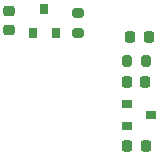
<source format=gtp>
%TF.GenerationSoftware,KiCad,Pcbnew,(6.0.6)*%
%TF.CreationDate,2022-07-17T20:24:10+03:00*%
%TF.ProjectId,EnkooderR,456e6b6f-6f64-4657-9252-2e6b69636164,rev?*%
%TF.SameCoordinates,Original*%
%TF.FileFunction,Paste,Top*%
%TF.FilePolarity,Positive*%
%FSLAX46Y46*%
G04 Gerber Fmt 4.6, Leading zero omitted, Abs format (unit mm)*
G04 Created by KiCad (PCBNEW (6.0.6)) date 2022-07-17 20:24:10*
%MOMM*%
%LPD*%
G01*
G04 APERTURE LIST*
G04 Aperture macros list*
%AMRoundRect*
0 Rectangle with rounded corners*
0 $1 Rounding radius*
0 $2 $3 $4 $5 $6 $7 $8 $9 X,Y pos of 4 corners*
0 Add a 4 corners polygon primitive as box body*
4,1,4,$2,$3,$4,$5,$6,$7,$8,$9,$2,$3,0*
0 Add four circle primitives for the rounded corners*
1,1,$1+$1,$2,$3*
1,1,$1+$1,$4,$5*
1,1,$1+$1,$6,$7*
1,1,$1+$1,$8,$9*
0 Add four rect primitives between the rounded corners*
20,1,$1+$1,$2,$3,$4,$5,0*
20,1,$1+$1,$4,$5,$6,$7,0*
20,1,$1+$1,$6,$7,$8,$9,0*
20,1,$1+$1,$8,$9,$2,$3,0*%
G04 Aperture macros list end*
%ADD10RoundRect,0.225000X0.250000X-0.225000X0.250000X0.225000X-0.250000X0.225000X-0.250000X-0.225000X0*%
%ADD11RoundRect,0.200000X-0.200000X-0.275000X0.200000X-0.275000X0.200000X0.275000X-0.200000X0.275000X0*%
%ADD12RoundRect,0.200000X0.275000X-0.200000X0.275000X0.200000X-0.275000X0.200000X-0.275000X-0.200000X0*%
%ADD13R,0.900000X0.800000*%
%ADD14R,0.800000X0.900000*%
%ADD15RoundRect,0.225000X-0.225000X-0.250000X0.225000X-0.250000X0.225000X0.250000X-0.225000X0.250000X0*%
%ADD16RoundRect,0.225000X0.225000X0.250000X-0.225000X0.250000X-0.225000X-0.250000X0.225000X-0.250000X0*%
G04 APERTURE END LIST*
D10*
X147040000Y-82765000D03*
X147040000Y-81215000D03*
D11*
X156995000Y-85400000D03*
X158645000Y-85400000D03*
D12*
X152810000Y-81355000D03*
X152810000Y-83005000D03*
D13*
X157000000Y-89050000D03*
X157000000Y-90950000D03*
X159000000Y-90000000D03*
D14*
X149050000Y-83000000D03*
X150950000Y-83000000D03*
X150000000Y-81000000D03*
D15*
X157005000Y-87180000D03*
X158555000Y-87180000D03*
D16*
X157285000Y-83360000D03*
X158835000Y-83360000D03*
D15*
X157015000Y-92580000D03*
X158565000Y-92580000D03*
M02*

</source>
